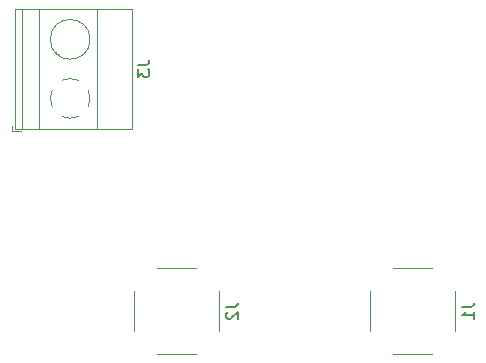
<source format=gbr>
%TF.GenerationSoftware,KiCad,Pcbnew,8.0.2*%
%TF.CreationDate,2025-01-11T01:21:35-03:00*%
%TF.ProjectId,LED,4c45442e-6b69-4636-9164-5f7063625858,rev?*%
%TF.SameCoordinates,Original*%
%TF.FileFunction,Legend,Bot*%
%TF.FilePolarity,Positive*%
%FSLAX46Y46*%
G04 Gerber Fmt 4.6, Leading zero omitted, Abs format (unit mm)*
G04 Created by KiCad (PCBNEW 8.0.2) date 2025-01-11 01:21:35*
%MOMM*%
%LPD*%
G01*
G04 APERTURE LIST*
%ADD10C,0.150000*%
%ADD11C,0.120000*%
G04 APERTURE END LIST*
D10*
X146714818Y-94166666D02*
X147429103Y-94166666D01*
X147429103Y-94166666D02*
X147571960Y-94119047D01*
X147571960Y-94119047D02*
X147667199Y-94023809D01*
X147667199Y-94023809D02*
X147714818Y-93880952D01*
X147714818Y-93880952D02*
X147714818Y-93785714D01*
X146714818Y-94547619D02*
X146714818Y-95166666D01*
X146714818Y-95166666D02*
X147095770Y-94833333D01*
X147095770Y-94833333D02*
X147095770Y-94976190D01*
X147095770Y-94976190D02*
X147143389Y-95071428D01*
X147143389Y-95071428D02*
X147191008Y-95119047D01*
X147191008Y-95119047D02*
X147286246Y-95166666D01*
X147286246Y-95166666D02*
X147524341Y-95166666D01*
X147524341Y-95166666D02*
X147619579Y-95119047D01*
X147619579Y-95119047D02*
X147667199Y-95071428D01*
X147667199Y-95071428D02*
X147714818Y-94976190D01*
X147714818Y-94976190D02*
X147714818Y-94690476D01*
X147714818Y-94690476D02*
X147667199Y-94595238D01*
X147667199Y-94595238D02*
X147619579Y-94547619D01*
X154204819Y-114666666D02*
X154919104Y-114666666D01*
X154919104Y-114666666D02*
X155061961Y-114619047D01*
X155061961Y-114619047D02*
X155157200Y-114523809D01*
X155157200Y-114523809D02*
X155204819Y-114380952D01*
X155204819Y-114380952D02*
X155204819Y-114285714D01*
X154300057Y-115095238D02*
X154252438Y-115142857D01*
X154252438Y-115142857D02*
X154204819Y-115238095D01*
X154204819Y-115238095D02*
X154204819Y-115476190D01*
X154204819Y-115476190D02*
X154252438Y-115571428D01*
X154252438Y-115571428D02*
X154300057Y-115619047D01*
X154300057Y-115619047D02*
X154395295Y-115666666D01*
X154395295Y-115666666D02*
X154490533Y-115666666D01*
X154490533Y-115666666D02*
X154633390Y-115619047D01*
X154633390Y-115619047D02*
X155204819Y-115047619D01*
X155204819Y-115047619D02*
X155204819Y-115666666D01*
X174204819Y-114666666D02*
X174919104Y-114666666D01*
X174919104Y-114666666D02*
X175061961Y-114619047D01*
X175061961Y-114619047D02*
X175157200Y-114523809D01*
X175157200Y-114523809D02*
X175204819Y-114380952D01*
X175204819Y-114380952D02*
X175204819Y-114285714D01*
X175204819Y-115666666D02*
X175204819Y-115095238D01*
X175204819Y-115380952D02*
X174204819Y-115380952D01*
X174204819Y-115380952D02*
X174347676Y-115285714D01*
X174347676Y-115285714D02*
X174442914Y-115190476D01*
X174442914Y-115190476D02*
X174490533Y-115095238D01*
D11*
%TO.C,J3*%
X136100000Y-99800000D02*
X136840000Y-99800000D01*
X136100000Y-99300000D02*
X136100000Y-99800000D01*
X136340000Y-99560000D02*
X146261000Y-99560000D01*
X146261000Y-89440000D02*
X146261000Y-99560000D01*
X143301000Y-89440000D02*
X143301000Y-99560000D01*
X138400000Y-89440000D02*
X138400000Y-99560000D01*
X136900000Y-89440000D02*
X136900000Y-99560000D01*
X136340000Y-89440000D02*
X136340000Y-99560000D01*
X139931000Y-93274000D02*
X139977000Y-93227000D01*
X139726000Y-93069000D02*
X139761000Y-93034000D01*
X142239000Y-90965000D02*
X142275000Y-90930000D01*
X142023000Y-90772000D02*
X142069000Y-90725000D01*
X136340000Y-89440000D02*
X146261000Y-89440000D01*
X141684000Y-98535000D02*
G75*
G02*
X140316958Y-98535427I-684001J1534993D01*
G01*
X142535000Y-96316000D02*
G75*
G02*
X142535427Y-97683042I-1534993J-684001D01*
G01*
X139465000Y-97684000D02*
G75*
G02*
X139319747Y-96971195I1535001J683999D01*
G01*
X139320000Y-97000000D02*
G75*
G02*
X139465244Y-96316682I1680000J0D01*
G01*
X140316000Y-95465000D02*
G75*
G02*
X141683042Y-95464573I684000J-1535000D01*
G01*
X142680000Y-92000000D02*
G75*
G02*
X139320000Y-92000000I-1680000J0D01*
G01*
X139320000Y-92000000D02*
G75*
G02*
X142680000Y-92000000I1680000J0D01*
G01*
%TO.C,J2*%
X148340000Y-118610000D02*
X151660000Y-118610000D01*
X153610000Y-113340000D02*
X153610000Y-116660000D01*
X146390000Y-113340000D02*
X146390000Y-116660000D01*
X148340000Y-111390000D02*
X151660000Y-111390000D01*
%TO.C,J1*%
X168340000Y-118610000D02*
X171660000Y-118610000D01*
X173610000Y-113340000D02*
X173610000Y-116660000D01*
X166390000Y-113340000D02*
X166390000Y-116660000D01*
X168340000Y-111390000D02*
X171660000Y-111390000D01*
%TD*%
M02*

</source>
